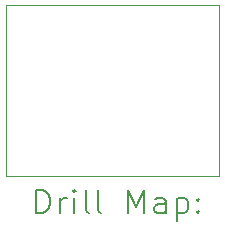
<source format=gbr>
%TF.GenerationSoftware,KiCad,Pcbnew,8.0.6*%
%TF.CreationDate,2024-10-24T14:05:35-05:00*%
%TF.ProjectId,FanPWMtoRotorLock,46616e50-574d-4746-9f52-6f746f724c6f,rev?*%
%TF.SameCoordinates,Original*%
%TF.FileFunction,Drillmap*%
%TF.FilePolarity,Positive*%
%FSLAX45Y45*%
G04 Gerber Fmt 4.5, Leading zero omitted, Abs format (unit mm)*
G04 Created by KiCad (PCBNEW 8.0.6) date 2024-10-24 14:05:35*
%MOMM*%
%LPD*%
G01*
G04 APERTURE LIST*
%ADD10C,0.050000*%
%ADD11C,0.200000*%
G04 APERTURE END LIST*
D10*
X11600000Y-7600000D02*
X13410000Y-7600000D01*
X13410000Y-9050000D01*
X11600000Y-9050000D01*
X11600000Y-7600000D01*
D11*
X11858277Y-9363984D02*
X11858277Y-9163984D01*
X11858277Y-9163984D02*
X11905896Y-9163984D01*
X11905896Y-9163984D02*
X11934467Y-9173508D01*
X11934467Y-9173508D02*
X11953515Y-9192555D01*
X11953515Y-9192555D02*
X11963039Y-9211603D01*
X11963039Y-9211603D02*
X11972562Y-9249698D01*
X11972562Y-9249698D02*
X11972562Y-9278270D01*
X11972562Y-9278270D02*
X11963039Y-9316365D01*
X11963039Y-9316365D02*
X11953515Y-9335412D01*
X11953515Y-9335412D02*
X11934467Y-9354460D01*
X11934467Y-9354460D02*
X11905896Y-9363984D01*
X11905896Y-9363984D02*
X11858277Y-9363984D01*
X12058277Y-9363984D02*
X12058277Y-9230650D01*
X12058277Y-9268746D02*
X12067801Y-9249698D01*
X12067801Y-9249698D02*
X12077324Y-9240174D01*
X12077324Y-9240174D02*
X12096372Y-9230650D01*
X12096372Y-9230650D02*
X12115420Y-9230650D01*
X12182086Y-9363984D02*
X12182086Y-9230650D01*
X12182086Y-9163984D02*
X12172562Y-9173508D01*
X12172562Y-9173508D02*
X12182086Y-9183031D01*
X12182086Y-9183031D02*
X12191610Y-9173508D01*
X12191610Y-9173508D02*
X12182086Y-9163984D01*
X12182086Y-9163984D02*
X12182086Y-9183031D01*
X12305896Y-9363984D02*
X12286848Y-9354460D01*
X12286848Y-9354460D02*
X12277324Y-9335412D01*
X12277324Y-9335412D02*
X12277324Y-9163984D01*
X12410658Y-9363984D02*
X12391610Y-9354460D01*
X12391610Y-9354460D02*
X12382086Y-9335412D01*
X12382086Y-9335412D02*
X12382086Y-9163984D01*
X12639229Y-9363984D02*
X12639229Y-9163984D01*
X12639229Y-9163984D02*
X12705896Y-9306841D01*
X12705896Y-9306841D02*
X12772562Y-9163984D01*
X12772562Y-9163984D02*
X12772562Y-9363984D01*
X12953515Y-9363984D02*
X12953515Y-9259222D01*
X12953515Y-9259222D02*
X12943991Y-9240174D01*
X12943991Y-9240174D02*
X12924943Y-9230650D01*
X12924943Y-9230650D02*
X12886848Y-9230650D01*
X12886848Y-9230650D02*
X12867801Y-9240174D01*
X12953515Y-9354460D02*
X12934467Y-9363984D01*
X12934467Y-9363984D02*
X12886848Y-9363984D01*
X12886848Y-9363984D02*
X12867801Y-9354460D01*
X12867801Y-9354460D02*
X12858277Y-9335412D01*
X12858277Y-9335412D02*
X12858277Y-9316365D01*
X12858277Y-9316365D02*
X12867801Y-9297317D01*
X12867801Y-9297317D02*
X12886848Y-9287793D01*
X12886848Y-9287793D02*
X12934467Y-9287793D01*
X12934467Y-9287793D02*
X12953515Y-9278270D01*
X13048753Y-9230650D02*
X13048753Y-9430650D01*
X13048753Y-9240174D02*
X13067801Y-9230650D01*
X13067801Y-9230650D02*
X13105896Y-9230650D01*
X13105896Y-9230650D02*
X13124943Y-9240174D01*
X13124943Y-9240174D02*
X13134467Y-9249698D01*
X13134467Y-9249698D02*
X13143991Y-9268746D01*
X13143991Y-9268746D02*
X13143991Y-9325889D01*
X13143991Y-9325889D02*
X13134467Y-9344936D01*
X13134467Y-9344936D02*
X13124943Y-9354460D01*
X13124943Y-9354460D02*
X13105896Y-9363984D01*
X13105896Y-9363984D02*
X13067801Y-9363984D01*
X13067801Y-9363984D02*
X13048753Y-9354460D01*
X13229705Y-9344936D02*
X13239229Y-9354460D01*
X13239229Y-9354460D02*
X13229705Y-9363984D01*
X13229705Y-9363984D02*
X13220182Y-9354460D01*
X13220182Y-9354460D02*
X13229705Y-9344936D01*
X13229705Y-9344936D02*
X13229705Y-9363984D01*
X13229705Y-9240174D02*
X13239229Y-9249698D01*
X13239229Y-9249698D02*
X13229705Y-9259222D01*
X13229705Y-9259222D02*
X13220182Y-9249698D01*
X13220182Y-9249698D02*
X13229705Y-9240174D01*
X13229705Y-9240174D02*
X13229705Y-9259222D01*
M02*

</source>
